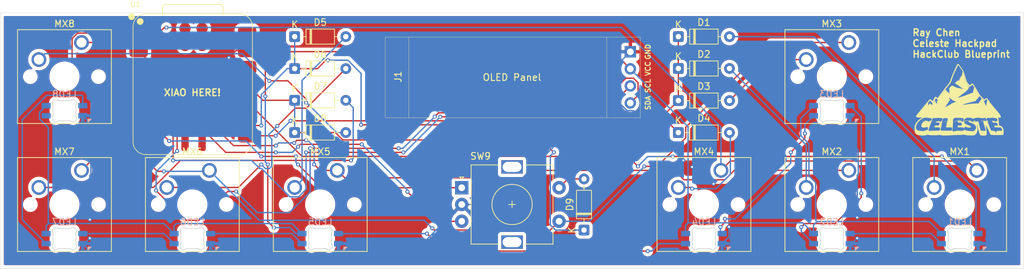
<source format=kicad_pcb>
(kicad_pcb (version 20241229) (generator "pcbnew") (generator_version "9.0")
  (layers (0 "F.Cu" signal) (2 "B.Cu" signal) (13 "F.Paste" user) (15 "B.Paste" user) (5 "F.SilkS" user "F.Silkscreen") (7 "B.SilkS" user "B.Silkscreen") (1 "F.Mask" user) (3 "B.Mask" user) (25 "Edge.Cuts" user))
  (net 0 "")
  (net 1 "row1")
  (net 2 "Net-(D1-A)")
  (net 3 "Net-(D2-A)")
  (net 4 "Net-(D3-A)")
  (net 5 "Net-(D4-A)")
  (net 6 "row2")
  (net 7 "Net-(D5-A)")
  (net 8 "Net-(D6-A)")
  (net 9 "Net-(D7-A)")
  (net 10 "row3")
  (net 11 "Net-(D8-A)")
  (net 12 "EC11SWA")
  (net 13 "VCC")
  (net 14 "led")
  (net 15 "Net-(LED1-DOUT)")
  (net 16 "GND")
  (net 17 "Net-(LED2-DOUT)")
  (net 18 "Net-(LED3-DOUT)")
  (net 19 "Net-(LED4-DOUT)")
  (net 20 "Net-(LED5-DOUT)")
  (net 21 "Net-(LED6-DOUT)")
  (net 22 "Net-(LED7-DOUT)")
  (net 24 "SCL")
  (net 25 "SDA")
  (net 26 "col1")
  (net 27 "col2")
  (net 28 "EC11SWB")
  (net 29 "EC11B")
  (net 30 "EC11A")
  (footprint "Button_Switch_Keyboard:SW_Cherry_MX_1.00u_PCB" (layer "F.Cu") (at 51.3557 43.7356)
    (property "Reference" "MX8")
    (property "Value" "MX_SW_HS")
  )
  (footprint "Diode_THT:D_DO-35_SOD27_P7.62mm_Horizontal" (layer "F.Cu") (at 140.2556 52.3875)
    (property "Reference" "D3")
    (property "Value" "D")
  )
  (footprint "Button_Switch_Keyboard:SW_Cherry_MX_1.00u_PCB" (layer "F.Cu") (at 184.7057 62.7856)
    (property "Reference" "MX1")
    (property "Value" "MX_SW_HS")
  )
  (footprint "Diode_THT:D_DO-35_SOD27_P7.62mm_Horizontal" (layer "F.Cu") (at 83.1056 57.15)
    (property "Reference" "D8")
    (property "Value" "D")
  )
  (footprint "XIAO:RotaryEncoder_Alps_EC11E-Switch_Vertical_H20mm" (layer "F.Cu") (at 115.4907 67.8656)
    (property "Reference" "SW9")
    (property "Value" "EC11")
  )
  (footprint "Button_Switch_Keyboard:SW_Cherry_MX_1.00u_PCB" (layer "F.Cu") (at 70.4057 62.7856)
    (property "Reference" "MX6")
    (property "Value" "MX_SW_HS")
  )
  (footprint "Diode_THT:D_DO-35_SOD27_P7.62mm_Horizontal" (layer "F.Cu") (at 83.1056 42.8625)
    (property "Reference" "D5")
    (property "Value" "D")
  )
  (footprint "Button_Switch_Keyboard:SW_Cherry_MX_1.00u_PCB" (layer "F.Cu") (at 165.6557 43.7356)
    (property "Reference" "MX3")
    (property "Value" "MX_SW_HS")
  )
  (footprint "Diode_THT:D_DO-35_SOD27_P7.62mm_Horizontal" (layer "F.Cu") (at 126.20625 71.6756 90)
    (property "Reference" "D9")
    (property "Value" "D")
  )
  (footprint "Diode_THT:D_DO-35_SOD27_P7.62mm_Horizontal" (layer "F.Cu") (at 83.1056 52.3437)
    (property "Reference" "D7")
    (property "Value" "D")
  )
  (footprint "Diode_THT:D_DO-35_SOD27_P7.62mm_Horizontal" (layer "F.Cu") (at 83.1056 47.625)
    (property "Reference" "D6")
    (property "Value" "D")
  )
  (footprint "XIAO:XIAO-RP2040-SMD" (layer "F.Cu") (at 67.8657 50.00625)
    (property "Reference" "U1")
    (property "Value" "XIAO-RP2040-SMD")
  )
  (footprint "local:celeste_logo" (layer "F.Cu") (at 182.165625 52.3875)
    (property "Reference" "G***" (hide yes))
    (property "Value" "LOGO" (hide yes))
  )
  (footprint "Button_Switch_Keyboard:SW_Cherry_MX_1.00u_PCB" (layer "F.Cu") (at 146.6057 62.7856)
    (property "Reference" "MX4")
    (property "Value" "MX_SW_HS")
  )
  (footprint "OLED:SSD1306-0.91-OLED-4pin-128x32" (layer "F.Cu") (at 96.6056 42.9306)
    (property "Reference" "J1")
    (property "Value" "OLED")
  )
  (footprint "Diode_THT:D_DO-35_SOD27_P7.62mm_Horizontal" (layer "F.Cu") (at 140.2556 47.6031)
    (property "Reference" "D2")
    (property "Value" "D")
  )
  (footprint "Button_Switch_Keyboard:SW_Cherry_MX_1.00u_PCB" (layer "F.Cu") (at 165.6557 62.7856)
    (property "Reference" "MX2")
    (property "Value" "MX_SW_HS")
  )
  (footprint "Diode_THT:D_DO-35_SOD27_P7.62mm_Horizontal" (layer "F.Cu") (at 140.2556 42.8625)
    (property "Reference" "D1")
    (property "Value" "D")
  )
  (footprint "Button_Switch_Keyboard:SW_Cherry_MX_1.00u_PCB" (layer "F.Cu") (at 51.3557 62.7856)
    (property "Reference" "MX7")
    (property "Value" "MX_SW_HS")
  )
  (footprint "Button_Switch_Keyboard:SW_Cherry_MX_1.00u_PCB" (layer "F.Cu") (at 89.4557 62.7856)
    (property "Reference" "MX5")
    (property "Value" "MX_SW_HS")
  )
  (footprint "Diode_THT:D_DO-35_SOD27_P7.62mm_Horizontal" (layer "F.Cu") (at 140.2556 57.15)
    (property "Reference" "D4")
    (property "Value" "D")
  )
  (footprint "MX:LED_MX_6028R" (layer "B.Cu") (at 67.8657 67.8656 180)
    (property "Reference" "LED6")
    (property "Value" "MX_SK6812MINI-E")
    (fp_line (start 1.699999 -5.782841) (end 1.699999 -4.377157) (stroke (width 0.1)) (layer "Edge.Cuts"))
    (fp_line (start 0.794452 -3.58) (end -0.794453 -3.58) (stroke (width 0.1)) (layer "Edge.Cuts"))
    (fp_line (start -0.794452 -6.579999) (end 0.794452 -6.579999) (stroke (width 0.1)) (layer "Edge.Cuts"))
    (fp_line (start -1.699999 -4.377157) (end -1.699999 -5.782841) (stroke (width 0.1)) (layer "Edge.Cuts"))
    (fp_arc (start 1.749484 -4.160279) (mid 1.712526 -4.265931) (end 1.699999 -4.377157) (stroke (width 0.1)) (layer "Edge.Cuts"))
    (fp_arc (start 1.749484 -4.160279) (mid 1.638072 -3.575964) (end 1.046711 -3.5117) (stroke (width 0.1)) (layer "Edge.Cuts"))
    (fp_arc (start 1.699999 -5.782842) (mid 1.712536 -5.894064) (end 1.749484 -5.999719) (stroke (width 0.1)) (layer "Edge.Cuts"))
    (fp_arc (start 1.046711 -6.648296) (mid 1.63807 -6.584033) (end 1.749484 -5.999719) (stroke (width 0.1)) (layer "Edge.Cuts"))
    (fp_arc (start 1.04671 -6.648298) (mid 0.925122 -6.597376) (end 0.794452 -6.579999) (stroke (width 0.1)) (layer "Edge.Cuts"))
    (fp_arc (start 0.794453 -3.579999) (mid 0.925123 -3.562622) (end 1.046711 -3.5117) (stroke (width 0.1)) (layer "Edge.Cuts"))
    (fp_arc (start -0.794452 -6.579999) (mid -0.925123 -6.597376) (end -1.046711 -6.648298) (stroke (width 0.1)) (layer "Edge.Cuts"))
    (fp_arc (start -1.046711 -3.511701) (mid -0.925123 -3.562623) (end -0.794453 -3.58) (stroke (width 0.1)) (layer "Edge.Cuts"))
    (fp_arc (start -1.046711 -3.511701) (mid -1.63807 -3.575965) (end -1.749484 -4.160279) (stroke (width 0.1)) (layer "Edge.Cuts"))
    (fp_arc (start -1.699999 -4.377156) (mid -1.712527 -4.265931) (end -1.749484 -4.160279) (stroke (width 0.1)) (layer "Edge.Cuts"))
    (fp_arc (start -1.749484 -5.999718) (mid -1.638072 -6.584034) (end -1.046711 -6.648298) (stroke (width 0.1)) (layer "Edge.Cuts"))
    (fp_arc (start -1.749484 -5.999719) (mid -1.712527 -5.894067) (end -1.699999 -5.782841) (stroke (width 0.1)) (layer "Edge.Cuts"))
  )
  (footprint "MX:LED_MX_6028R" (layer "B.Cu") (at 182.1657 67.8656 180)
    (property "Reference" "LED1")
    (property "Value" "MX_SK6812MINI-E")
    (fp_line (start 1.699999 -5.782841) (end 1.699999 -4.377157) (stroke (width 0.1)) (layer "Edge.Cuts"))
    (fp_line (start 0.794452 -3.58) (end -0.794453 -3.58) (stroke (width 0.1)) (layer "Edge.Cuts"))
    (fp_line (start -0.794452 -6.579999) (end 0.794452 -6.579999) (stroke (width 0.1)) (layer "Edge.Cuts"))
    (fp_line (start -1.699999 -4.377157) (end -1.699999 -5.782841) (stroke (width 0.1)) (layer "Edge.Cuts"))
    (fp_arc (start 1.749484 -4.160279) (mid 1.712526 -4.265931) (end 1.699999 -4.377157) (stroke (width 0.1)) (layer "Edge.Cuts"))
    (fp_arc (start 1.749484 -4.160279) (mid 1.638072 -3.575964) (end 1.046711 -3.5117) (stroke (width 0.1)) (layer "Edge.Cuts"))
    (fp_arc (start 1.699999 -5.782842) (mid 1.712536 -5.894064) (end 1.749484 -5.999719) (stroke (width 0.1)) (layer "Edge.Cuts"))
    (fp_arc (start 1.046711 -6.648296) (mid 1.63807 -6.584033) (end 1.749484 -5.999719) (stroke (width 0.1)) (layer "Edge.Cuts"))
    (fp_arc (start 1.04671 -6.648298) (mid 0.925122 -6.597376) (end 0.794452 -6.579999) (stroke (width 0.1)) (layer "Edge.Cuts"))
    (fp_arc (start 0.794453 -3.579999) (mid 0.925123 -3.562622) (end 1.046711 -3.5117) (stroke (width 0.1)) (layer "Edge.Cuts"))
    (fp_arc (start -0.794452 -6.579999) (mid -0.925123 -6.597376) (end -1.046711 -6.648298) (stroke (width 0.1)) (layer "Edge.Cuts"))
    (fp_arc (start -1.046711 -3.511701) (mid -0.925123 -3.562623) (end -0.794453 -3.58) (stroke (width 0.1)) (layer "Edge.Cuts"))
    (fp_arc (start -1.046711 -3.511701) (mid -1.63807 -3.575965) (end -1.749484 -4.160279) (stroke (width 0.1)) (layer "Edge.Cuts"))
    (fp_arc (start -1.699999 -4.377156) (mid -1.712527 -4.265931) (end -1.749484 -4.160279) (stroke (width 0.1)) (layer "Edge.Cuts"))
    (fp_arc (start -1.749484 -5.999718) (mid -1.638072 -6.584034) (end -1.046711 -6.648298) (stroke (width 0.1)) (layer "Edge.Cuts"))
    (fp_arc (start -1.749484 -5.999719) (mid -1.712527 -5.894067) (end -1.699999 -5.782841) (stroke (width 0.1)) (layer "Edge.Cuts"))
  )
  (footprint "MX:LED_MX_6028R" (layer "B.Cu") (at 48.8157 67.8656 180)
    (property "Reference" "LED7")
    (property "Value" "MX_SK6812MINI-E")
    (fp_line (start 1.699999 -5.782841) (end 1.699999 -4.377157) (stroke (width 0.1)) (layer "Edge.Cuts"))
    (fp_line (start 0.794452 -3.58) (end -0.794453 -3.58) (stroke (width 0.1)) (layer "Edge.Cuts"))
    (fp_line (start -0.794452 -6.579999) (end 0.794452 -6.579999) (stroke (width 0.1)) (layer "Edge.Cuts"))
    (fp_line (start -1.699999 -4.377157) (end -1.699999 -5.782841) (stroke (width 0.1)) (layer "Edge.Cuts"))
    (fp_arc (start 1.749484 -4.160279) (mid 1.712526 -4.265931) (end 1.699999 -4.377157) (stroke (width 0.1)) (layer "Edge.Cuts"))
    (fp_arc (start 1.749484 -4.160279) (mid 1.638072 -3.575964) (end 1.046711 -3.5117) (stroke (width 0.1)) (layer "Edge.Cuts"))
    (fp_arc (start 1.699999 -5.782842) (mid 1.712536 -5.894064) (end 1.749484 -5.999719) (stroke (width 0.1)) (layer "Edge.Cuts"))
    (fp_arc (start 1.046711 -6.648296) (mid 1.63807 -6.584033) (end 1.749484 -5.999719) (stroke (width 0.1)) (layer "Edge.Cuts"))
    (fp_arc (start 1.04671 -6.648298) (mid 0.925122 -6.597376) (end 0.794452 -6.579999) (stroke (width 0.1)) (layer "Edge.Cuts"))
    (fp_arc (start 0.794453 -3.579999) (mid 0.925123 -3.562622) (end 1.046711 -3.5117) (stroke (width 0.1)) (layer "Edge.Cuts"))
    (fp_arc (start -0.794452 -6.579999) (mid -0.925123 -6.597376) (end -1.046711 -6.648298) (stroke (width 0.1)) (layer "Edge.Cuts"))
    (fp_arc (start -1.046711 -3.511701) (mid -0.925123 -3.562623) (end -0.794453 -3.58) (stroke (width 0.1)) (layer "Edge.Cuts"))
    (fp_arc (start -1.046711 -3.511701) (mid -1.63807 -3.575965) (end -1.749484 -4.160279) (stroke (width 0.1)) (layer "Edge.Cuts"))
    (fp_arc (start -1.699999 -4.377156) (mid -1.712527 -4.265931) (end -1.749484 -4.160279) (stroke (width 0.1)) (layer "Edge.Cuts"))
    (fp_arc (start -1.749484 -5.999718) (mid -1.638072 -6.584034) (end -1.046711 -6.648298) (stroke (width 0.1)) (layer "Edge.Cuts"))
    (fp_arc (start -1.749484 -5.999719) (mid -1.712527 -5.894067) (end -1.699999 -5.782841) (stroke (width 0.1)) (layer "Edge.Cuts"))
  )
  (footprint "MX:LED_MX_6028R" (layer "B.Cu") (at 48.8157 48.8156 180)
    (property "Reference" "LED8")
    (property "Value" "MX_SK6812MINI-E")
    (fp_line (start 1.699999 -5.782841) (end 1.699999 -4.377157) (stroke (width 0.1)) (layer "Edge.Cuts"))
    (fp_line (start 0.794452 -3.58) (end -0.794453 -3.58) (stroke (width 0.1)) (layer "Edge.Cuts"))
    (fp_line (start -0.794452 -6.579999) (end 0.794452 -6.579999) (stroke (width 0.1)) (layer "Edge.Cuts"))
    (fp_line (start -1.699999 -4.377157) (end -1.699999 -5.782841) (stroke (width 0.1)) (layer "Edge.Cuts"))
    (fp_arc (start 1.749484 -4.160279) (mid 1.712526 -4.265931) (end 1.699999 -4.377157) (stroke (width 0.1)) (layer "Edge.Cuts"))
    (fp_arc (start 1.749484 -4.160279) (mid 1.638072 -3.575964) (end 1.046711 -3.5117) (stroke (width 0.1)) (layer "Edge.Cuts"))
    (fp_arc (start 1.699999 -5.782842) (mid 1.712536 -5.894064) (end 1.749484 -5.999719) (stroke (width 0.1)) (layer "Edge.Cuts"))
    (fp_arc (start 1.046711 -6.648296) (mid 1.63807 -6.584033) (end 1.749484 -5.999719) (stroke (width 0.1)) (layer "Edge.Cuts"))
    (fp_arc (start 1.04671 -6.648298) (mid 0.925122 -6.597376) (end 0.794452 -6.579999) (stroke (width 0.1)) (layer "Edge.Cuts"))
    (fp_arc (start 0.794453 -3.579999) (mid 0.925123 -3.562622) (end 1.046711 -3.5117) (stroke (width 0.1)) (layer "Edge.Cuts"))
    (fp_arc (start -0.794452 -6.579999) (mid -0.925123 -6.597376) (end -1.046711 -6.648298) (stroke (width 0.1)) (layer "Edge.Cuts"))
    (fp_arc (start -1.046711 -3.511701) (mid -0.925123 -3.562623) (end -0.794453 -3.58) (stroke (width 0.1)) (layer "Edge.Cuts"))
    (fp_arc (start -1.046711 -3.511701) (mid -1.63807 -3.575965) (end -1.749484 -4.160279) (stroke (width 0.1)) (layer "Edge.Cuts"))
    (fp_arc (start -1.699999 -4.377156) (mid -1.712527 -4.265931) (end -1.749484 -4.160279) (stroke (width 0.1)) (layer "Edge.Cuts"))
    (fp_arc (start -1.749484 -5.999718) (mid -1.638072 -6.584034) (end -1.046711 -6.648298) (stroke (width 0.1)) (layer "Edge.Cuts"))
    (fp_arc (start -1.749484 -5.999719) (mid -1.712527 -5.894067) (end -1.699999 -5.782841) (stroke (width 0.1)) (layer "Edge.Cuts"))
  )
  (footprint "MX:LED_MX_6028R" (layer "B.Cu") (at 163.1157 48.8156 180)
    (property "Reference" "LED3")
    (property "Value" "MX_SK6812MINI-E")
    (fp_line (start 1.699999 -5.782841) (end 1.699999 -4.377157) (stroke (width 0.1)) (layer "Edge.Cuts"))
    (fp_line (start 0.794452 -3.58) (end -0.794453 -3.58) (stroke (width 0.1)) (layer "Edge.Cuts"))
    (fp_line (start -0.794452 -6.579999) (end 0.794452 -6.579999) (stroke (width 0.1)) (layer "Edge.Cuts"))
    (fp_line (start -1.699999 -4.377157) (end -1.699999 -5.782841) (stroke (width 0.1)) (layer "Edge.Cuts"))
    (fp_arc (start 1.749484 -4.160279) (mid 1.712526 -4.265931) (end 1.699999 -4.377157) (stroke (width 0.1)) (layer "Edge.Cuts"))
    (fp_arc (start 1.749484 -4.160279) (mid 1.638072 -3.575964) (end 1.046711 -3.5117) (stroke (width 0.1)) (layer "Edge.Cuts"))
    (fp_arc (start 1.699999 -5.782842) (mid 1.712536 -5.894064) (end 1.749484 -5.999719) (stroke (width 0.1)) (layer "Edge.Cuts"))
    (fp_arc (start 1.046711 -6.648296) (mid 1.63807 -6.584033) (end 1.749484 -5.999719) (stroke (width 0.1)) (layer "Edge.Cuts"))
    (fp_arc (start 1.04671 -6.648298) (mid 0.925122 -6.597376) (end 0.794452 -6.579999) (stroke (width 0.1)) (layer "Edge.Cuts"))
    (fp_arc (start 0.794453 -3.579999) (mid 0.925123 -3.562622) (end 1.046711 -3.5117) (stroke (width 0.1)) (layer "Edge.Cuts"))
    (fp_arc (start -0.794452 -6.579999) (mid -0.925123 -6.597376) (end -1.046711 -6.648298) (stroke (width 0.1)) (layer "Edge.Cuts"))
    (fp_arc (start -1.046711 -3.511701) (mid -0.925123 -3.562623) (end -0.794453 -3.58) (stroke (width 0.1)) (layer "Edge.Cuts"))
    (fp_arc (start -1.046711 -3.511701) (mid -1.63807 -3.575965) (end -1.749484 -4.160279) (stroke (width 0.1)) (layer "Edge.Cuts"))
    (fp_arc (start -1.699999 -4.377156) (mid -1.712527 -4.265931) (end -1.749484 -4.160279) (stroke (width 0.1)) (layer "Edge.Cuts"))
    (fp_arc (start -1.749484 -5.999718) (mid -1.638072 -6.584034) (end -1.046711 -6.648298) (stroke (width 0.1)) (layer "Edge.Cuts"))
    (fp_arc (start -1.749484 -5.999719) (mid -1.712527 -5.894067) (end -1.699999 -5.782841) (stroke (width 0.1)) (layer "Edge.Cuts"))
  )
  (footprint "MX:LED_MX_6028R" (layer "B.Cu") (at 86.9157 67.8656 180)
    (property "Reference" "LED5")
    (property "Value" "MX_SK6812MINI-E")
    (fp_line (start 1.699999 -5.782841) (end 1.699999 -4.377157) (stroke (width 0.1)) (layer "Edge.Cuts"))
    (fp_line (start 0.794452 -3.58) (end -0.794453 -3.58) (stroke (width 0.1)) (layer "Edge.Cuts"))
    (fp_line (start -0.794452 -6.579999) (end 0.794452 -6.579999) (stroke (width 0.1)) (layer "Edge.Cuts"))
    (fp_line (start -1.699999 -4.377157) (end -1.699999 -5.782841) (stroke (width 0.1)) (layer "Edge.Cuts"))
    (fp_arc (start 1.749484 -4.160279) (mid 1.712526 -4.265931) (end 1.699999 -4.377157) (stroke (width 0.1)) (layer "Edge.Cuts"))
    (fp_arc (start 1.749484 -4.160279) (mid 1.638072 -3.575964) (end 1.046711 -3.5117) (stroke (width 0.1)) (layer "Edge.Cuts"))
    (fp_arc (start 1.699999 -5.782842) (mid 1.712536 -5.894064) (end 1.749484 -5.999719) (stroke (width 0.1)) (layer "Edge.Cuts"))
    (fp_arc (start 1.046711 -6.648296) (mid 1.63807 -6.584033) (end 1.749484 -5.999719) (stroke (width 0.1)) (layer "Edge.Cuts"))
    (fp_arc (start 1.04671 -6.648298) (mid 0.925122 -6.597376) (end 0.794452 -6.579999) (stroke (width 0.1)) (layer "Edge.Cuts"))
    (fp_arc (start 0.794453 -3.579999) (mid 0.925123 -3.562622) (end 1.046711 -3.5117) (stroke (width 0.1)) (layer "Edge.Cuts"))
    (fp_arc (start -0.794452 -6.579999) (mid -0.925123 -6.597376) (end -1.046711 -6.648298) (stroke (width 0.1)) (layer "Edge.Cuts"))
    (fp_arc (start -1.046711 -3.511701) (mid -0.925123 -3.562623) (end -0.794453 -3.58) (stroke (width 0.1)) (layer "Edge.Cuts"))
    (fp_arc (start -1.046711 -3.511701) (mid -1.63807 -3.575965) (end -1.749484 -4.160279) (stroke (width 0.1)) (layer "Edge.Cuts"))
    (fp_arc (start -1.699999 -4.377156) (mid -1.712527 -4.265931) (end -1.749484 -4.160279) (stroke (width 0.1)) (layer "Edge.Cuts"))
    (fp_arc (start -1.749484 -5.999718) (mid -1.638072 -6.584034) (end -1.046711 -6.648298) (stroke (width 0.1)) (layer "Edge.Cuts"))
    (fp_arc (start -1.749484 -5.999719) (mid -1.712527 -5.894067) (end -1.699999 -5.782841) (stroke (width 0.1)) (layer "Edge.Cuts"))
  )
  (footprint "MX:LED_MX_6028R" (layer "B.Cu") (at 163.1157 67.8656 180)
    (property "Reference" "LED2")
    (property "Value" "MX_SK6812MINI-E")
    (fp_line (start 1.699999 -5.782841) (end 1.699999 -4.377157) (stroke (width 0.1)) (layer "Edge.Cuts"))
    (fp_line (start 0.794452 -3.58) (end -0.794453 -3.58) (stroke (width 0.1)) (layer "Edge.Cuts"))
    (fp_line (start -0.794452 -6.579999) (end 0.794452 -6.579999) (stroke (width 0.1)) (layer "Edge.Cuts"))
    (fp_line (start -1.699999 -4.377157) (end -1.699999 -5.782841) (stroke (width 0.1)) (layer "Edge.Cuts"))
    (fp_arc (start 1.749484 -4.160279) (mid 1.712526 -4.265931) (end 1.699999 -4.377157) (stroke (width 0.1)) (layer "Edge.Cuts"))
    (fp_arc (start 1.749484 -4.160279) (mid 1.638072 -3.575964) (end 1.046711 -3.5117) (stroke (width 0.1)) (layer "Edge.Cuts"))
    (fp_arc (start 1.699999 -5.782842) (mid 1.712536 -5.894064) (end 1.749484 -5.999719) (stroke (width 0.1)) (layer "Edge.Cuts"))
    (fp_arc (start 1.046711 -6.648296) (mid 1.63807 -6.584033) (end 1.749484 -5.999719) (stroke (width 0.1)) (layer "Edge.Cuts"))
    (fp_arc (start 1.04671 -6.648298) (mid 0.925122 -6.597376) (end 0.794452 -6.579999) (stroke (width 0.1)) (layer "Edge.Cuts"))
    (fp_arc (start 0.794453 -3.579999) (mid 0.925123 -3.562622) (end 1.046711 -3.5117) (stroke (width 0.1)) (layer "Edge.Cuts"))
    (fp_arc (start -0.794452 -6.579999) (mid -0.925123 -6.597376) (end -1.046711 -6.648298) (stroke (width 0.1)) (layer "Edge.Cuts"))
    (fp_arc (start -1.046711 -3.511701) (mid -0.925123 -3.562623) (end -0.794453 -3.58) (stroke (width 0.1)) (layer "Edge.Cuts"))
    (fp_arc (start -1.046711 -3.511701) (mid -1.63807 -3.575965) (end -1.749484 -4.160279) (stroke (width 0.1)) (layer "Edge.Cuts"))
    (fp_arc (start -1.699999 -4.377156) (mid -1.712527 -4.265931) (end -1.749484 -4.160279) (stroke (width 0.1)) (layer "Edge.Cuts"))
    (fp_arc (start -1.749484 -5.999718) (mid -1.638072 -6.584034) (end -1.046711 -6.648298) (stroke (width 0.1)) (layer "Edge.Cuts"))
    (fp_arc (start -1.749484 -5.999719) (mid -1.712527 -5.894067) (end -1.699999 -5.782841) (stroke (width 0.1)) (layer "Edge.Cuts"))
  )
  (footprint "MX:LED_MX_6028R" (layer "B.Cu") (at 144.0657 67.8656 180)
    (property "Reference" "LED4")
    (property "Value" "MX_SK6812MINI-E")
    (fp_line (start 1.699999 -5.782841) (end 1.699999 -4.377157) (stroke (width 0.1)) (layer "Edge.Cuts"))
    (fp_line (start 0.794452 -3.58) (end -0.794453 -3.58) (stroke (width 0.1)) (layer "Edge.Cuts"))
    (fp_line (start -0.794452 -6.579999) (end 0.794452 -6.579999) (stroke (width 0.1)) (layer "Edge.Cuts"))
    (fp_line (start -1.699999 -4.377157) (end -1.699999 -5.782841) (stroke (width 0.1)) (layer "Edge.Cuts"))
    (fp_arc (start 1.749484 -4.160279) (mid 1.712526 -4.265931) (end 1.699999 -4.377157) (stroke (width 0.1)) (layer "Edge.Cuts"))
    (fp_arc (start 1.749484 -4.160279) (mid 1.638072 -3.575964) (end 1.046711 -3.5117) (stroke (width 0.1)) (layer "Edge.Cuts"))
    (fp_arc (start 1.699999 -5.782842) (mid 1.712536 -5.894064) (end 1.749484 -5.999719) (stroke (width 0.1)) (layer "Edge.Cuts"))
    (fp_arc (start 1.046711 -6.648296) (mid 1.63807 -6.584033) (end 1.749484 -5.999719) (stroke (width 0.1)) (layer "Edge.Cuts"))
    (fp_arc (start 1.04671 -6.648298) (mid 0.925122 -6.597376) (end 0.794452 -6.579999) (stroke (width 0.1)) (layer "Edge.Cuts"))
    (fp_arc (start 0.794453 -3.579999) (mid 0.925123 -3.562622) (end 1.046711 -3.5117) (stroke (width 0.1)) (layer "Edge.Cuts"))
    (fp_arc (start -0.794452 -6.579999) (mid -0.925123 -6.597376) (end -1.046711 -6.648298) (stroke (width 0.1)) (layer "Edge.Cuts"))
    (fp_arc (start -1.046711 -3.511701) (mid -0.925123 -3.562623) (end -0.794453 -3.58) (stroke (width 0.1)) (layer "Edge.Cuts"))
    (fp_arc (start -1.046711 -3.511701) (mid -1.63807 -3.575965) (end -1.749484 -4.160279) (stroke (width 0.1)) (layer "Edge.Cuts"))
    (fp_arc (start -1.699999 -4.377156) (mid -1.712527 -4.265931) (end -1.749484 -4.160279) (stroke (width 0.1)) (layer "Edge.Cuts"))
    (fp_arc (start -1.749484 -5.999718) (mid -1.638072 -6.584034) (end -1.046711 -6.648298) (stroke (width 0.1)) (layer "Edge.Cuts"))
    (fp_arc (start -1.749484 -5.999719) (mid -1.712527 -5.894067) (end -1.699999 -5.782841) (stroke (width 0.1)) (layer "Edge.Cuts"))
  )
  (gr_rect (start 39.290625 39.290625) (end 191.690625 77.390625) (stroke (width 0.05)) (fill no) (layer "Edge.Cuts"))
  (gr_text "XIAO HERE!" (at 67.865625 51.196875 0) (layer "F.SilkS") (effects (font (size 1 1) (thickness 0.2) (bold yes))))
  (gr_text "Ray Chen\nCeleste Hackpad\nHackClub Blueprint" (at 175.021875 41.671875 0) (layer "F.SilkS") (effects (font (size 1 1) (thickness 0.2) (bold yes)) (justify left top)))
  (segment (start 140.2556 42.8625) (end 140.2556 47.6031) (width 0.2) (layer "F.Cu") (net 1))
  (segment (start 140.2556 47.6031) (end 140.2556 52.3875) (width 0.2) (layer "F.Cu") (net 1))
  (segment (start 76.0307 57.62625) (end 80.273749 57.62625) (width 0.2) (layer "F.Cu") (net 1))
  (segment (start 82.5056 55.4) (end 137.2431 55.4) (width 0.2) (layer "F.Cu") (net 1))
  (segment (start 137.2431 55.4) (end 140.2556 52.3875) (width 0.2) (layer "F.Cu") (net 1))
  (segment (start 80.273749 57.62625) (end 80.275735 57.624264) (width 0.2) (layer "F.Cu") (net 1))
  (via (at 82.5056 55.4) (size 0.6) (drill 0.3) (layers "F.Cu" "B.Cu") (net 1))
  (via (at 80.275735 57.624264) (size 0.6) (drill 0.3) (layers "F.Cu" "B.Cu") (net 1))
  (segment (start 82.499999 55.4) (end 82.5056 55.4) (width 0.2) (layer "B.Cu") (net 1))
  (segment (start 80.275735 57.624264) (end 82.499999 55.4) (width 0.2) (layer "B.Cu") (net 1))
  (segment (start 160.487416 42.8625) (end 147.8756 42.8625) (width 0.2) (layer "B.Cu") (net 2))
  (segment (start 178.3557 65.3256) (end 178.3557 60.730784) (width 0.2) (layer "B.Cu") (net 2))
  (segment (start 178.3557 60.730784) (end 160.487416 42.8625) (width 0.2) (layer "B.Cu") (net 2))
  (segment (start 159.3057 65.3256) (end 159.3057 59.0332) (width 0.2) (layer "B.Cu") (net 3))
  (segment (start 159.3057 59.0332) (end 147.8756 47.6031) (width 0.2) (layer "B.Cu") (net 3))
  (segment (start 147.8756 52.3875) (end 153.9875 46.2756) (width 0.2) (layer "F.Cu") (net 4))
  (segment (start 153.9875 46.2756) (end 159.3057 46.2756) (width 0.2) (layer "F.Cu") (net 4))
  (segment (start 142.3 65.5) (end 142.1256 65.3256) (width 0.2) (layer "F.Cu") (net 5))
  (segment (start 142.1256 65.3256) (end 140.2557 65.3256) (width 0.2) (layer "F.Cu") (net 5))
  (via (at 142.3 65.5) (size 0.6) (drill 0.3) (layers "F.Cu" "B.Cu") (net 5))
  (segment (start 148.0067 63.365914) (end 145.872614 65.5) (width 0.2) (layer "B.Cu") (net 5))
  (segment (start 148.0067 57.2811) (end 148.0067 63.365914) (width 0.2) (layer "B.Cu") (net 5))
  (segment (start 145.872614 65.5) (end 142.3 65.5) (width 0.2) (layer "B.Cu") (net 5))
  (segment (start 147.8756 57.15) (end 148.0067 57.2811) (width 0.2) (layer "B.Cu") (net 5))
  (segment (start 77.04445 56.1) (end 76.0307 55.08625) (width 0.2) (layer "F.Cu") (net 6))
  (segment (start 140.2556 57.15) (end 139.1056 56) (width 0.2) (layer "F.Cu") (net 6))
  (segment (start 139.1056 56) (end 93 56) (width 0.2) (layer "F.Cu") (net 6))
  (segment (start 88.068315 46.368315) (end 87.768315 46.368315) (width 0.2) (layer "F.Cu") (net 6))
  (segment (start 86.51163 47.625) (end 83.1056 47.625) (width 0.2) (layer "F.Cu") (net 6))
  (segment (start 87.768315 46.368315) (end 86.51163 47.625) (width 0.2) (layer "F.Cu") (net 6))
  (segment (start 78.13649 56.1) (end 77.04445 56.1) (width 0.2) (layer "F.Cu") (net 6))
  (via (at 78.13649 56.1) (size 0.6) (drill 0.3) (layers "F.Cu" "B.Cu") (net 6))
  (via (at 93 56) (size 0.6) (drill 0.3) (layers "F.Cu" "B.Cu") (net 6))
  (via (at 88.068315 46.368315) (size 0.6) (drill 0.3) (layers "F.Cu" "B.Cu") (net 6))
  (segment (start 83.1056 47.625) (end 82.005247 47.625) (width 0.2) (layer "B.Cu") (net 6))
  (segment (start 82.005247 47.625) (end 78.13649 51.493757) (width 0.2) (layer "B.Cu") (net 6))
  (segment (start 93 48.34235) (end 91.025965 46.368315) (width 0.2) (layer "B.Cu") (net 6))
  (segment (start 83.1056 47.625) (end 83.1056 42.8625) (width 0.2) (layer "B.Cu") (net 6))
  (segment (start 78.13649 51.493757) (end 78.13649 56.1) (width 0.2) (layer "B.Cu") (net 6))
  (segment (start 91.025965 46.368315) (end 88.068315 46.368315) (width 0.2) (layer "B.Cu") (net 6))
  (segment (start 93 56) (end 93 48.34235) (width 0.2) (layer "B.Cu") (net 6))
  (segment (start 84.2066 49.3815) (end 90.7256 42.8625) (width 0.2) (layer "B.Cu") (net 7))
  (segment (start 84.2066 64.2247) (end 84.2066 49.3815) (width 0.2) (layer "B.Cu") (net 7))
  (segment (start 83.1057 65.3256) (end 84.2066 64.2247) (width 0.2) (layer "B.Cu") (net 7))
  (segment (start 84.838146 53.512454) (end 83.187546 53.512454) (width 0.2) (layer "F.Cu") (net 8))
  (segment (start 83.187546 53.512454) (end 80.524265 56.175735) (width 0.2) (layer "F.Cu") (net 8))
  (segment (start 90.7256 47.625) (end 84.838146 53.512454) (width 0.2) (layer "F.Cu") (net 8))
  (segment (start 78.142742 61.9) (end 74.717142 65.3256) (width 0.2) (layer "F.Cu") (net 8))
  (segment (start 74.717142 65.3256) (end 64.0557 65.3256) (width 0.2) (layer "F.Cu") (net 8))
  (via (at 78.142742 61.9) (size 0.6) (drill 0.3) (layers "F.Cu" "B.Cu") (net 8))
  (via (at 80.524265 56.175735) (size 0.6) (drill 0.3) (layers "F.Cu" "B.Cu") (net 8))
  (segment (start 80.524265 56.175735) (end 79.13749 57.56251) (width 0.2) (layer "B.Cu") (net 8))
  (segment (start 79.13749 57.56251) (end 79.701 58.12602) (width 0.2) (layer "B.Cu") (net 8))
  (segment (start 79.701 62.148943) (end 79.348943 62.501) (width 0.2) (layer "B.Cu") (net 8))
  (segment (start 79.701 58.12602) (end 79.701 62.148943) (width 0.2) (layer "B.Cu") (net 8))
  (segment (start 78.743742 62.501) (end 78.142742 61.9) (width 0.2) (layer "B.Cu") (net 8))
  (segment (start 79.348943 62.501) (end 78.743742 62.501) (width 0.2) (layer "B.Cu") (net 8))
  (segment (start 45.0057 65.3256) (end 62.074386 65.3256) (width 0.2) (layer "F.Cu") (net 9))
  (segment (start 62.074386 65.3256) (end 66.099986 61.3) (width 0.2) (layer "F.Cu") (net 9))
  (segment (start 66.099986 61.3) (end 91.5 61.3) (width 0.2) (layer "F.Cu") (net 9))
  (via (at 91.5 61.3) (size 0.6) (drill 0.3) (layers "F.Cu" "B.Cu") (net 9))
  (segment (start 91.8266 53.4447) (end 90.7256 52.3437) (width 0.2) (layer "B.Cu") (net 9))
  (segment (start 91.5 61.3) (end 91.8266 60.9734) (width 0.2) (layer "B.Cu") (net 9))
  (segment (start 91.8266 60.9734) (end 91.8266 53.4447) (width 0.2) (layer "B.Cu") (net 9))
  (segment (start 90.26955 58.251) (end 119.857827 58.251) (width 0.2) (layer "F.Cu") (net 10))
  (segment (start 89.16855 57.15) (end 90.26955 58.251) (width 0.2) (layer "F.Cu") (net 10))
  (segment (start 119.857827 58.251) (end 121.706827 60.1) (width 0.2) (layer "F.Cu") (net 10))
  (segment (start 83.1056 52.3437) (end 78.36815 52.3437) (width 0.2) (layer "F.Cu") (net 10))
  (segment (start 78.36815 52.3437) (end 76.0307 50.00625) (width 0.2) (layer "F.Cu") (net 10))
  (segment (start 83.1056 57.15) (end 89.16855 57.15) (width 0.2) (layer "F.Cu") (net 10))
  (via (at 121.706827 60.1) (size 0.6) (drill 0.3) (layers "F.Cu" "B.Cu") (net 10))
  (segment (start 121.1897 70.904492) (end 121.960808 71.6756) (width 0.2) (layer "B.Cu") (net 10))
  (segment (start 83.1056 52.3437) (end 83.1056 57.15) (width 0.2) (layer "B.Cu") (net 10))
  (segment (start 121.706827 60.1) (end 121.1897 60.617127) (width 0.2) (layer "B.Cu") (net 10))
  (segment (start 121.960808 71.6756) (end 126.20625 71.6756) (width 0.2) (layer "B.Cu") (net 10))
  (segment (start 121.1897 60.617127) (end 121.1897 70.904492) (width 0.2) (layer "B.Cu") (net 10))
  (segment (start 79.33649 49.44523) (end 82.09329 49.44523) (width 0.2) (layer "F.Cu") (net 11))
  (segment (start 82.09329 49.44523) (end 84.8066 52.15854) (width 0.2) (layer "F.Cu") (net 11))
  (segment (start 84.8066 52.15854) (end 84.8066 52.695472) (width 0.2) (layer "F.Cu") (net 11))
  (via (at 84.8066 52.695472) (size 0.6) (drill 0.3) (layers "F.Cu" "B.Cu") (net 11))
  (via (at 79.33649 49.44523) (size 0.6) (drill 0.3) (layers "F.Cu" "B.Cu") (net 11))
  (segment (start 84.8066 52.695472) (end 84.895472 52.695472) (width 0.2) (layer "B.Cu") (net 11))
  (segment (start 89.35 57.15) (end 90.7256 57.15) (width 0.2) (layer "B.Cu") (net 11))
  (segment (start 45.0057 46.2756) (end 45.8823 45.399) (width 0.2) (layer "B.Cu") (net 11))
  (segment (start 75.29026 45.399) (end 79.33649 49.44523) (width 0.2) (layer "B.Cu") (net 11))
  (segment (start 45.8823 45.399) (end 75.29026 45.399) (width 0.2) (layer "B.Cu") (net 11))
  (segment (start 84.895472 52.695472) (end 89.35 57.15) (width 0.2) (layer "B.Cu") (net 11))
  (segment (start 123.8007 64.0556) (end 122.4907 65.3656) (width 0.2) (layer "F.Cu") (net 12))
  (segment (start 126.20625 64.0556) (end 123.8007 64.0556) (width 0.2) (layer "F.Cu") (net 12))
  (segment (start 79.1 61.9) (end 79.1 70.4) (width 0.2) (layer "F.Cu") (net 13))
  (segment (start 130.53704 45.09204) (end 133.1056 47.6606) (width 0.2) (layer "F.Cu") (net 13))
  (segment (start 79.1 70.4) (end 80 71.3) (width 0.2) (layer "F.Cu") (net 13))
  (segment (start 78.73649 45.09204) (end 130.53704 45.09204) (width 0.2) (layer "F.Cu") (net 13))
  (segment (start 76.0307 42.38625) (end 78.73649 45.09204) (width 0.2) (layer "F.Cu") (net 13))
  (segment (start 78.73649 45.09204) (end 78.73649 51.7437) (width 0.2) (layer "F.Cu") (net 13))
  (via (at 78.73649 51.7437) (size 0.6) (drill 0.3) (layers "F.Cu" "B.Cu") (net 13))
  (via (at 80 71.3) (size 0.6) (drill 0.3) (layers "F.Cu" "B.Cu") (net 13))
  (via (at 79.1 61.9) (size 0.6) (drill 0.3) (layers "F.Cu" "B.Cu") (net 13))
  (segment (start 141.7 56.255) (end 141.7 70.6) (width 0.2) (layer "B.Cu") (net 13))
  (segment (start 46.4 70.7) (end 46.0907 71.0093) (width 0.2) (layer "B.Cu") (net 13))
  (segment (start 159.7067 63.6) (end 159.7067 58.8067) (width 0.2) (layer "B.Cu") (net 13))
  (segment (start 80 71.3) (end 82.4 71.3) (width 0.2) (layer "B.Cu") (net 13))
  (segment (start 78.73649 61.53649) (end 79.1 61.9) (width 0.2) (layer "B.Cu") (net 13))
  (segment (start 160.9 70.4) (end 160.3907 70.9093) (width 0.2) (layer "B.Cu") (net 13))
  (segment (start 46.0907 71.0093) (end 46.0907 72.1956) (width 0.2) (layer "B.Cu") (net 13))
  (segment (start 160.9 70.4) (end 160.7067 70.2067) (width 0.2) (layer "B.Cu") (net 13))
  (segment (start 158.5 57.6) (end 158.5 55.0363) (width 0.2) (layer "B.Cu") (net 13))
  (segment (start 82.6951 70.7) (end 65.5 70.7) (width 0.2) (layer "B.Cu") (net 13))
  (segment (start 82.4 71.3) (end 83.2956 72.1956) (width 0.2) (layer "B.Cu") (net 13))
  (segment (start 45.1147 54.1216) (end 45.1147 55.134514) (width 0.2) (layer "B.Cu") (net 13))
  (segment (start 158.7951 70.6) (end 141.7 70.6) (width 0.2) (layer "B.Cu") (net 13))
  (segment (start 133.1056 47.6606) (end 141.7 56.255) (width 0.2) (layer "B.Cu") (net 13))
  (segment (start 65.1407 72.1956) (end 63.6451 70.7) (width 0.2) (layer "B.Cu") (net 13))
  (segment (start 160.7067 70.2067) (end 160.7067 64.6) (width 0.2) (layer "B.Cu") (net 13))
  (segment (start 160.3907 70.9093) (end 160.3907 72.1956) (width 0.2) (layer "B.Cu") (net 13))
  (segment (start 46.4067 70.6933) (end 46.4 70.7) (width 0.2) (layer "B.Cu") (net 13))
  (segment (start 160.7067 64.6) (end 159.7067 63.6) (width 0.2) (layer "B.Cu") (net 13))
  (segment (start 179.4407 72.1956) (end 177.6451 70.4) (width 0.2) (layer "B.Cu") (net 13))
  (segment (start 65.5 70.7) (end 65.1407 71.0593) (width 0.2) (layer "B.Cu") (net 13))
  (segment (start 160.3907 72.1956) (end 158.7951 70.6) (width 0.2) (layer "B.Cu") (net 13))
  (segment (start 177.6451 70.4) (end 160.9 70.4) (width 0.2) (layer "B.Cu") (net 13))
  (segment (start 65.1407 71.0593) (end 65.1407 72.1956) (width 0.2) (layer "B.Cu") (net 13))
  (segment (start 78.73649 51.7437) (end 78.73649 61.53649) (width 0.2) (layer "B.Cu") (net 13))
  (segment (start 63.6451 70.7) (end 46.4 70.7) (width 0.2) (layer "B.Cu") (net 13))
  (segment (start 83.2956 72.1956) (end 84.1907 72.1956) (width 0.2) (layer "B.Cu") (net 13))
  (segment (start 46.0907 53.1456) (end 45.1147 54.1216) (width 0.2) (layer "B.Cu") (net 13))
  (segment (start 158.5 55.0363) (end 160.3907 53.1456) (width 0.2) (layer "B.Cu") (net 13))
  (segment (start 141.7 70.6) (end 141.3407 70.9593) (width 0.2) (layer "B.Cu") (net 13))
  (segment (start 141.3407 70.9593) (end 141.3407 72.1956) (width 0.2) (layer "B.Cu") (net 13))
  (segment (start 84.1907 72.1956) (end 82.6951 70.7) (width 0.2) (layer "B.Cu") (net 13))
  (segment (start 45.1147 55.134514) (end 46.4067 56.426514) (width 0.2) (layer "B.Cu") (net 13))
  (segment (start 46.4067 56.426514) (end 46.4067 70.6933) (width 0.2) (layer "B.Cu") (net 13))
  (segment (start 159.7067 58.8067) (end 158.5 57.6) (width 0.2) (layer "B.Cu") (net 13))
  (segment (start 179.5 60.7) (end 139.44029 60.7) (width 0.2) (layer "F.Cu") (net 14))
  (segment (start 84.2 60.7) (end 76.04625 52.54625) (width 0.2) (layer "F.Cu") (net 14))
  (segment (start 132.748616 60.7) (end 84.2 60.7) (width 0.2) (layer "F.Cu") (net 14))
  (segment (start 139.44029 60.7) (end 139.420145 60.720145) (width 0.2) (layer "F.Cu") (net 14))
  (segment (start 76.04625 52.54625) (end 76.0307 52.54625) (width 0.2) (layer "F.Cu") (net 14))
  (segment (start 134.234216 62.1856) (end 132.748616 60.7) (width 0.2) (layer "F.Cu") (net 14))
  (via (at 139.420145 60.720145) (size 0.6) (drill 0.3) (layers "F.Cu" "B.Cu") (net 14))
  (via (at 179.5 60.7) (size 0.6) (drill 0.3) (layers "F.Cu" "B.Cu") (net 14))
  (via (at 134.234216 62.1856) (size 0.6) (drill 0.3) (layers "F.Cu" "B.Cu") (net 14))
  (segment (start 135.699671 60.720145) (end 134.234216 62.1856) (width 0.2) (layer "B.Cu") (net 14))
  (segment (start 184.8907 72.1956) (end 184.6 71.9049) (width 0.2) (layer "B.Cu") (net 14))
  (segment (start 139.420145 60.720145) (end 135.699671 60.720145) (width 0.2) (layer "B.Cu") (net 14))
  (segment (start 184.6 71.9049) (end 184.6 65.8) (width 0.2) (layer "B.Cu") (net 14))
  (segment (start 184.6 65.8) (end 179.5 60.7) (width 0.2) (layer "B.Cu") (net 14))
  (segment (start 179.4407 73.6956) (end 177.9407 72.1956) (width 0.2) (layer "B.Cu") (net 15))
  (segment (start 177.9407 72.1956) (end 165.8407 72.1956) (width 0.2) (layer "B.Cu") (net 15))
  (segment (start 52.591184 70.108816) (end 52.6 70.1) (width 0.2) (layer "F.Cu") (net 16))
  (segment (start 76.0307 44.92625) (end 74.37375 44.92625) (width 0.2) (layer "F.Cu") (net 16))
  (segment (start 74.37375 44.92625) (end 73.3 46) (width 0.2) (layer "F.Cu") (net 16))
  (segment (start 166.9 72.87607) (end 166.9 69.8) (width 0.2) (layer "F.Cu") (net 16))
  (segment (start 52.591184 72.884886) (end 52.591184 70.108816) (width 0.2) (layer "F.Cu") (net 16))
  (segment (start 147.8 67.0866) (end 145.5 64.7866) (width 0.2) (layer "F.Cu") (net 16))
  (segment (start 142.3 62.2732) (end 141.9732 62.2732) (width 0.2) (layer "F.Cu") (net 16))
  (segment (start 141.9732 62.2732) (end 141 61.3) (width 0.2) (layer "F.Cu") (net 16))
  (segment (start 166.891184 72.884886) (end 166.9 72.87607) (width 0.2) (layer "F.Cu") (net 16))
  (segment (start 147.8 71.2) (end 147.8 67.0866) (width 0.2) (layer "F.Cu") (net 16))
  (via (at 166.891184 72.884886) (size 0.6) (drill 0.3) (layers "F.Cu" "B.Cu") (net 16))
  (via (at 52.6 70.1) (size 0.6) (drill 0.3) (layers "F.Cu" "B.Cu") (net 16))
  (via (at 73.3 46) (size 0.6) (drill 0.3) (layers "F.Cu" "B.Cu") (net 16))
  (via (at 142.3 62.2732) (size 0.6) (drill 0.3) (layers "F.Cu" "B.Cu") (net 16))
  (via (at 145.5 64.7866) (size 0.6) (drill 0.3) (layers "F.Cu" "B.Cu") (net 16))
  (via (at 141 61.3) (size 0.6) (drill 0.3) (layers "F.Cu" "B.Cu") (net 16))
  (via (at 166.9 69.8) (size 0.6) (drill 0.3) (layers "F.Cu" "B.Cu") (net 16))
  (via (at 147.8 71.2) (size 0.6) (drill 0.3) (layers "F.Cu" "B.Cu") (net 16))
  (via (at 52.591184 72.884886) (size 0.6) (drill 0.3) (layers "F.Cu" "B.Cu") (net 16))
  (segment (start 147.8 72.6863) (end 147.8 71.2) (width 0.2) (layer "B.Cu") (net 16))
  (segment (start 148.7951 75.7) (end 164.9 75.7) (width 0.2) (layer "B.Cu") (net 16))
  (segment (start 166.9 63.522614) (end 167.0567 63.365914) (width 0.2) (layer "B.Cu") (net 16))
  (segment (start 166.08047 73.6956) (end 166.891184 72.884886) (width 0.2) (layer "B.Cu") (net 16))
  (segment (start 69.9 75.2) (end 70.5907 74.5093) (width 0.2) (layer "B.Cu") (net 16))
  (segment (start 142.9866 62.2732) (end 142.3 62.2732) (width 0.2) (layer "B.Cu") (net 16))
  (segment (start 51.5407 73.6956) (end 53.0451 75.2) (width 0.2) (layer "B.Cu") (net 16))
  (segment (start 89.6407 74.6593) (end 89.6407 73.6956) (width 0.2) (layer "B.Cu") (net 16))
  (segment (start 102.1607 73.6956) (end 107.9907 67.8656) (width 0.2) (layer "B.Cu") (net 16))
  (segment (start 132.63724 53.9) (end 131.6 52.86276) (width 0.2) (layer "B.Cu") (net 16))
  (segment (start 133.6 53.9) (end 132.63724 53.9) (width 0.2) (layer "B.Cu") (net 16))
  (segment (start 184.8907 74.7093) (end 184.8907 73.6956) (width 0.2) (layer "B.Cu") (net 16))
  (segment (start 70.5907 74.5093) (end 70.5907 73.6956) (width 0.2) (layer "B.Cu") (net 16))
  (segment (start 166.9 69.8) (end 166.9 63.522614) (width 0.2) (layer "B.Cu") (net 16))
  (segment (start 52.6 70.1) (end 52.6 63.522614) (width 0.2) (layer "B.Cu") (net 16))
  (segment (start 165.8 58.5) (end 165.8407 58.4593) (width 0.2) (layer "B.Cu") (net 16))
  (segment (start 165.8407 73.6956) (end 167.7451 75.6) (width 0.2) (layer "B.Cu") (net 16))
  (segment (start 89.1 75.2) (end 89.6407 74.6593) (width 0.2) (layer "B.Cu") (net 16))
  (segment (start 164.9 75.7) (end 165.8407 74.7593) (width 0.2) (layer "B.Cu") (net 16))
  (segment (start 167.0567 63.365914) (end 167.0567 59.7567) (width 0.2) (layer "B.Cu") (net 16))
  (segment (start 73.3 46) (end 63.4384 55.8616) (width 0.2) (layer "B.Cu") (net 16))
  (segment (start 184 75.6) (end 184.8907 74.7093) (width 0.2) (layer "B.Cu") (net 16))
  (segment (start 113.0927 67.8656) (end 107.9907 67.8656) (width 0.2) (layer "B.Cu") (net 16))
  (segment (start 167.0567 59.7567) (end 165.8 58.5) (width 0.2) (layer "B.Cu") (net 16))
  (segment (start 89.6407 73.6956) (end 102.1607 73.6956) (width 0.2) (layer "B.Cu") (net 16))
  (segment (start 165.8407 73.6956) (end 166.08047 73.6956) (width 0.2) (layer "B.Cu") (net 16))
  (segment (start 165.8407 58.4593) (end 165.8407 54.6456) (width 0.2) (layer "B.Cu") (net 16))
  (segment (start 51.5407 73.6956) (end 51.78047 73.6956) (width 0.2) (layer "B.Cu") (net 16))
  (segment (start 131.6 52.86276) (end 131.6 49.3583) (width 0.2) (layer "B.Cu") (net 16))
  (segment (start 72.0951 75.2) (end 89.1 75.2) (width 0.2) (layer "B.Cu") (net 16))
  (segment (start 51.78047 73.6956) (end 52.591184 72.884886) (width 0.2) (layer "B.Cu") (net 16))
  (segment (start 146.7907 73.6956) (end 148.7951 75.7) (width 0.2) (layer "B.Cu") (net 16))
  (segment (start 141 61.3) (end 133.6 53.9) (width 0.2) (layer "B.Cu") (net 16))
  (segment (start 131.6 46.6262) (end 131.6 49.3583) (width 0.2) (layer "B.Cu") (net 16))
  (segment (start 53.0451 75.2) (end 69.9 75.2) (width 0.2) (layer "B.Cu") (net 16))
  (segment (start 145.5 64.7866) (end 142.9866 62.2732) (width 0.2) (layer "B.Cu") (net 16))
  (segment (start 165.8407 74.7593) (end 165.8407 73.6956) (width 0.2) (layer "B.Cu") (net 16))
  (segment (start 52.6 63.522614) (end 52.7567 63.365914) (width 0.2) (layer "B.Cu") (net 16))
  (segment (start 52.7567 55.8616) (end 51.5407 54.6456) (width 0.2) (layer "B.Cu") (net 16))
  (segment (start 70.5907 73.6956) (end 72.0951 75.2) (width 0.2) (layer "B.Cu") (net 16))
  (segment (start 167.7451 75.6) (end 184 75.6) (width 0.2) (layer "B.Cu") (net 16))
  (segment (start 63.4384 55.8616) (end 52.7567 55.8616) (width 0.2) (layer "B.Cu") (net 16))
  (segment (start 146.7907 73.6956) (end 147.8 72.6863) (width 0.2) (layer "B.Cu") (net 16))
  (segment (start 52.7567 63.365914) (end 52.7567 55.8616) (width 0.2) (layer "B.Cu") (net 16))
  (segment (start 133.1056 45.1206) (end 131.6 46.6262) (width 0.2) (layer "B.Cu") (net 16))
  (segment (start 131.6 49.3583) (end 113.0927 67.8656) (width 0.2) (layer "B.Cu") (net 16))
  (segment (start 159.1 70.7) (end 163.606116 70.7) (width 0.2) (layer "F.Cu") (net 17))
  (segment (start 167.5 66.806116) (end 163.606116 70.7) (width 0.2) (layer "F.Cu") (net 17))
  (segment (start 159.1 70.7) (end 158.573285 71.226715) (width 0.2) (layer "F.Cu") (net 17))
  (segment (start 167.5 66.2) (end 167.5 66.806116) (width 0.2) (layer "F.Cu") (net 17))
  (via (at 158.573285 71.226715) (size 0.6) (drill 0.3) (layers "F.Cu" "B.Cu") (net 17))
  (via (at 167.5 66.2) (size 0.6) (drill 0.3) (layers "F.Cu" "B.Cu") (net 17))
  (segment (start 165.8407 53.1456) (end 167.5 54.8049) (width 0.2) (layer "B.Cu") (net 17))
  (segment (start 158.573285 71.878185) (end 160.3907 73.6956) (width 0.2) (layer "B.Cu") (net 17))
  (segment (start 158.573285 71.226715) (end 158.573285 71.878185) (width 0.2) (layer "B.Cu") (net 17))
  (segment (start 167.5 54.8049) (end 167.5 66.2) (width 0.2) (layer "B.Cu") (net 17))
  (segment (start 159.1 58) (end 157 60.1) (width 0.2) (layer "F.Cu") (net 18))
  (segment (start 147.2 70) (end 147.2 70.513245) (width 0.2) (layer "F.Cu") (net 18))
  (segment (start 147.2 70.513245) (end 146.513245 71.2) (width 0.2) (layer "F.Cu") (net 18))
  (segment (start 159.1 57.293185) (end 159.1 58) (width 0.2) (layer "F.Cu") (net 18))
  (via (at 147.2 70) (size 0.6) (drill 0.3) (layers "F.Cu" "B.Cu") (net 18))
  (via (at 159.1 57.293185) (size 0.6) (drill 0.3) (layers "F.Cu" "B.Cu") (net 18))
  (via (at 157 60.1) (size 0.6) (drill 0.3) (layers "F.Cu" "B.Cu") (net 18))
  (via (at 146.513245 71.2) (size 0.6) (drill 0.3) (layers "F.Cu" "B.Cu") (net 18))
  (segment (start 160.3907 54.6456) (end 159.1 55.9363) (width 0.2) (layer "B.Cu") (net 18))
  (segment (start 157 61.70977) (end 148.70977 70) (width 0.2) (layer "B.Cu") (net 18))
  (segment (start 148.70977 70) (end 147.2 70) (width 0.2) (layer "B.Cu") (net 18))
  (segment (start 146.513245 71.918145) (end 146.7907 72.1956) (width 0.2) (layer "B.Cu") (net 18))
  (segment (start 157 60.1) (end 157 61.70977) (width 0.2) (layer "B.Cu") (net 18))
  (segment (start 146.513245 71.2) (end 146.513245 71.918145) (width 0.2) (layer "B.Cu") (net 18))
  (segment (start 159.1 55.9363) (end 159.1 57.293185) (width 0.2) (layer "B.Cu") (net 18))
  (segment (start 105.4 74.8) (end 135.7 74.8) (width 0.2) (layer "F.Cu") (net 19))
  (segment (start 102.803885 72.203885) (end 105.4 74.8) (width 0.2) (layer "F.Cu") (net 19))
  (via (at 135.7 74.8) (size 0.6) (drill 0.3) (layers "F.Cu" "B.Cu") (net 19))
  (via (at 102.803885 72.203885) (size 0.6) (drill 0.3) (layers "F.Cu" "B.Cu") (net 19))
  (segment (start 136.3 74.8) (end 137.4044 73.6956) (width 0.2) (layer "B.Cu") (net 19))
  (segment (start 135.7 74.8) (end 136.3 74.8) (width 0.2) (layer "B.Cu") (net 19))
  (segment (start 137.4044 73.6956) (end 141.3407 73.6956) (width 0.2) (layer "B.Cu") (net 19))
  (segment (start 89.6407 72.1956) (end 102.7956 72.1956) (width 0.2) (layer "B.Cu") (net 19))
  (segment (start 102.7956 72.1956) (end 102.803885 72.203885) (width 0.2) (layer "B.Cu") (net 19))
  (segment (start 70.5907 72.1956) (end 82.6907 72.1956) (width 0.2) (layer "B.Cu") (net 20))
  (segment (start 82.6907 72.1956) (end 84.1907 73.6956) (width 0.2) (layer "B.Cu") (net 20))
  (segment (start 51.5407 72.1956) (end 63.6407 72.1956) (width 0.2) (layer "B.Cu") (net 21))
  (segment (start 63.6407 72.1956) (end 65.1407 73.6956) (width 0.2) (layer "B.Cu") (net 21))
  (segment (start 51.5407 53.1456) (end 51.5407 51.7407) (width 0.2) (layer "B.Cu") (net 22))
  (segment (start 42.5347 55.236686) (end 42.5347 70.1396) (width 0.2) (layer "B.Cu") (net 22))
  (segment (start 42.5347 70.1396) (end 46.0907 73.6956) (width 0.2) (layer "B.Cu") (net 22))
  (segment (start 51.4 51.6) (end 46.171386 51.6) (width 0.2) (layer "B.Cu") (net 22))
  (segment (start 46.171386 51.6) (end 42.5347 55.236686) (width 0.2) (layer "B.Cu") (net 22))
  (segment (start 51.5407 51.7407) (end 51.4 51.6) (width 0.2) (layer "B.Cu") (net 22))
  (segment (start 133.1056 50.2006) (end 128.5062 54.8) (width 0.2) (layer "F.Cu") (net 24))
  (segment (start 63.78625 55.08625) (end 59.8657 55.08625) (width 0.2) (layer "F.Cu") (net 24))
  (segment (start 99.3 60.1) (end 84.8066 60.1) (width 0.2) (layer "F.Cu") (net 24))
  (segment (start 128.5062 54.8) (end 104.8 54.8) (width 0.2) (layer "F.Cu") (net 24))
  (segment (start 65 56.3) (end 63.78625 55.08625) (width 0.2) (layer "F.Cu") (net 24))
  (segment (start 65 61.3) (end 65 56.3) (width 0.2) (layer "F.Cu") (net 24))
  (via (at 65 61.3) (size 0.6) (drill 0.3) (layers "F.Cu" "B.Cu") (net 24))
  (via (at 99.3 60.1) (size 0.6) (drill 0.3) (layers "F.Cu" "B.Cu") (net 24))
  (via (at 84.8066 60.1) (size 0.6) (drill 0.3) (layers "F.Cu" "B.Cu") (net 24))
  (via (at 104.8 54.8) (size 0.6) (drill 0.3) (layers "F.Cu" "B.Cu") (net 24))
  (segment (start 78.176642 62.501) (end 77.893799 62.501) (width 0.2) (layer "B.Cu") (net 24))
  (segment (start 104.8 54.8) (end 99.5 60.1) (width 0.2) (layer "B.Cu") (net 24))
  (segment (start 84.8066 65.606014) (end 83.686014 66.7266) (width 0.2) (layer "B.Cu") (net 24))
  (segment (start 82.402242 66.7266) (end 78.176642 62.501) (width 0.2) (layer "B.Cu") (net 24))
  (segment (start 84.8066 60.1) (end 84.8066 65.606014) (width 0.2) (layer "B.Cu") (net 24))
  (segment (start 77.893799 62.501) (end 76.692799 61.3) (width 0.2) (layer "B.Cu") (net 24))
  (segment (start 83.686014 66.7266) (end 82.402242 66.7266) (width 0.2) (layer "B.Cu") (net 24))
  (segment (start 76.692799 61.3) (end 65 61.3) (width 0.2) (layer "B.Cu") (net 24))
  (segment (start 99.5 60.1) (end 99.3 60.1) (width 0.2) (layer "B.Cu") (net 24))
  (segment (start 134.2566 49.72384) (end 133.58236 49.0496) (width 0.2) (layer "F.Cu") (net 25))
  (segment (start 61.81335 52.54625) (end 59.8657 52.54625) (width 0.2) (layer "F.Cu") (net 25))
  (segment (start 66.891884 70.2166) (end 62.468127 65.792843) (width 0.2) (layer "F.Cu") (net 25))
  (segment (start 62.468127 65.792843) (end 62.468127 65.778334) (width 0.2) (layer "F.Cu") (net 25))
  (segment (start 65.6 56.3329) (end 61.81335 52.54625) (width 0.2) (layer "F.Cu") (net 25))
  (segment (start 133.1056 52.7406) (end 134.2566 51.5896) (width 0.2) (layer "F.Cu") (net 25))
  (segment (start 133.58236 49.0496) (end 132.4494 49.0496) (width 0.2) (layer "F.Cu") (net 25))
  (segment (start 74.394227 65.9256) (end 73.130516 65.9256) (width 0.2) (layer "F.Cu") (net 25))
  (segment (start 126.9 54.199) (end 104.552471 54.199) (width 0.2) (layer "F.Cu") (net 25))
  (segment (start 68.839516 70.2166) (end 66.891884 70.2166) (width 0.2) (layer "F.Cu") (net 25))
  (segment (start 73.130516 65.9256) (end 68.839516 70.2166) (width 0.2) (layer "F.Cu") (net 25))
  (segment (start 127.1 54.399) (end 126.9 54.199) (width 0.2) (layer "F.Cu") (net 25))
  (segment (start 132.4494 49.0496) (end 127.1 54.399) (width 0.2) (layer "F.Cu") (net 25))
  (segment (start 98.584456 59.5) (end 85.403248 59.5) (width 0.2) (layer "F.Cu") (net 25))
  (segment (start 104.552471 54.199) (end 103.975734 54.775737) (width 0.2) (layer "F.Cu") (net 25))
  (segment (start 65.6 59.9) (end 65.6 56.3329) (width 0.2) (layer "F.Cu") (net 25))
  (segment (start 134.2566 51.5896) (end 134.2566 49.72384) (width 0.2) (layer "F.Cu") (net 25))
  (via (at 85.403248 59.5) (size 0.6) (drill 0.3) (layers "F.Cu" "B.Cu") (net 25))
  (via (at 62.468127 65.778334) (size 0.6) (drill 0.3) (layers "F.Cu" "B.Cu") (net 25))
  (via (at 74.394227 65.9256) (size 0.6) (drill 0.3) (layers "F.Cu" "B.Cu") (net 25))
  (via (at 65.6 59.9) (size 0.6) (drill 0.3) (layers "F.Cu" "B.Cu") (net 25))
  (via (at 103.975734 54.775737) (size 0.6) (drill 0.3) (layers "F.Cu" "B.Cu") (net 25))
  (via (at 98.584456 59.5) (size 0.6) (drill 0.3) (layers "F.Cu" "B.Cu") (net 25))
  (segment (start 82.33317 69.0666) (end 77.535227 69.0666) (width 0.2) (layer "B.Cu") (net 25))
  (segment (start 85.403248 59.5) (end 85.4076 59.504352) (width 0.2) (layer "B.Cu") (net 25))
  (segment (start 65.550057 59.9) (end 65.6 59.9) (width 0.2) (layer "B.Cu") (net 25))
  (segment (start 85.4076 59.504352) (end 85.4076 65.99217) (width 0.2) (layer "B.Cu") (net 25))
  (segment (start 103.975734 54.775737) (end 99.251471 59.5) (width 0.2) (layer "B.Cu") (net 25))
  (segment (start 62.468127 62.98193) (end 65.550057 59.9) (width 0.2) (layer "B.Cu") (net 25))
  (segment (start 62.468127 65.778334) (end 62.468127 62.98193) (width 0.2) (layer "B.Cu") (net 25))
  (segment (start 85.4076 65.99217) (end 82.33317 69.0666) (width 0.2) (layer "B.Cu") (net 25))
  (segment (start 99.251471 59.5) (end 98.584456 59.5) (width 0.2) (layer "B.Cu") (net 25))
  (segment (start 77.535227 69.0666) (end 74.394227 65.9256) (width 0.2) (layer "B.Cu") (net 25))
  (segment (start 59.81405 42.3346) (end 50.775386 42.3346) (width 0.2) (layer "F.Cu") (net 26))
  (segment (start 64 41.5) (end 63.7 41.5) (width 0.2) (layer "F.Cu") (net 26))
  (segment (start 184.7057 62.7856) (end 183.3047 61.3846) (width 0.2) (layer "F.Cu") (net 26))
  (segment (start 49.9547 43.155286) (end 49.9547 46.629784) (width 0.2) (layer "F.Cu") (net 26))
  (segment (start 53.3 60.8413) (end 51.3557 62.7856) (width 0.2) (layer "F.Cu") (net 26))
  (segment (start 50.775386 42.3346) (end 49.9547 43.155286) (width 0.2) (layer "F.Cu") (net 26))
  (segment (start 183.3047 61.3846) (end 148.0067 61.3846) (width 0.2) (layer "F.Cu") (net 26))
  (segment (start 148.0067 61.3846) (end 146.6057 62.7856) (width 0.2) (layer "F.Cu") (net 26))
  (segment (start 59.8657 42.38625) (end 59.81405 42.3346) (width 0.2) (layer "F.Cu") (net 26))
  (segment (start 49.9547 46.629784) (end 53.3 49.975084) (width 0.2) (layer "F.Cu") (net 26))
  (segment (start 62.81375 42.38625) (end 59.8657 42.38625) (width 0.2) (layer "F.Cu") (net 26))
  (segment (start 63.7 41.5) (end 62.81375 42.38625) (width 0.2) (layer "F.Cu") (net 26))
  (segment (start 53.3 49.975084) (end 53.3 60.8413) (width 0.2) (layer "F.Cu") (net 26))
  (via (at 64 41.5) (size 0.6) (drill 0.3) (layers "F.Cu" "B.Cu") (net 26))
  (segment (start 131.787 41.5) (end 64 41.5) (width 0.2) (layer "B.Cu") (net 26))
  (segment (start 146.6057 56.3187) (end 131.787 41.5) (width 0.2) (layer "B.Cu") (net 26))
  (segment (start 146.6057 62.7856) (end 146.6057 56.3187) (width 0.2) (layer "B.Cu") (net 26))
  (segment (start 84.8066 58.3) (end 83.433299 58.3) (width 0.2) (layer "F.Cu") (net 27))
  (segment (start 83.433299 58.3) (end 83.040915 58.692384) (width 0.2) (layer "F.Cu") (net 27))
  (segment (start 147.186014 64.1866) (end 141.098014 64.1866) (width 0.2) (layer "F.Cu") (net 27))
  (segment (start 90.555699 63.885599) (end 89.4557 62.7856) (width 0.2) (layer "F.Cu") (net 27))
  (segment (start 51.3557 43.7356) (end 58.67505 43.7356) (width 0.2) (layer "F.Cu") (net 27))
  (segment (start 74.00672 59.092212) (end 59.8657 44.951192) (width 0.2) (layer "F.Cu") (net 27))
  (segment (start 86.8932 62.7856) (end 86.0076 61.9) (width 0.2) (layer "F.Cu") (net 27))
  (segment (start 89.4557 62.7856) (end 86.8932 62.7856) (width 0.2) (layer "F.Cu") (net 27))
  (segment (start 58.67505 43.7356) (end 59.8657 44.92625) (width 0.2) (layer "F.Cu") (net 27))
  (segment (start 59.8657 44.951192) (end 59.8657 44.92625) (width 0.2) (layer "F.Cu") (net 27))
  (segment (start 165.6557 62.7856) (end 148.587014 62.7856) (width 0.2) (layer "F.Cu") (net 27))
  (segment (start 148.587014 62.7856) (end 147.186014 64.1866) (width 0.2) (layer "F.Cu") (net 27))
  (segment (start 118.1727 62.7856) (end 117.072701 63.885599) (width 0.2) (layer "F.Cu") (net 27))
  (segment (start 80.301 59.092212) (end 74.00672 59.092212) (width 0.2) (layer "F.Cu") (net 27))
  (segment (start 117.072701 63.885599) (end 90.555699 63.885599) (width 0.2) (layer "F.Cu") (net 27))
  (segment (start 139.697014 62.7856) (end 118.1727 62.7856) (width 0.2) (layer "F.Cu") (net 27))
  (segment (start 141.098014 64.1866) (end 139.697014 62.7856) (width 0.2) (layer "F.Cu") (net 27))
  (via (at 80.301 59.092212) (size 0.6) (drill 0.3) (layers "F.Cu" "B.Cu") (net 27))
  (via (at 83.040915 58.692384) (size 0.6) (drill 0.3) (layers "F.Cu" "B.Cu") (net 27))
  (via (at 84.8066 58.3) (size 0.6) (drill 0.3) (layers "F.Cu" "B.Cu") (net 27))
  (via (at 86.0076 61.9) (size 0.6) (drill 0.3) (layers "F.Cu" "B.Cu") (net 27))
  (segment (start 85.053191 58.3) (end 84.8066 58.3) (width 0.2) (layer "B.Cu") (net 27))
  (segment (start 83.040915 58.692384) (end 80.700828 58.692384) (width 0.2) (layer "B.Cu") (net 27))
  (segment (start 86.0076 59.254409) (end 85.053191 58.3) (width 0.2) (layer "B.Cu") (net 27))
  (segment (start 80.700828 58.692384) (end 80.301 59.092212) (width 0.2) (layer "B.Cu") (net 27))
  (segment (start 86.0076 61.9) (end 86.0076 59.254409) (width 0.2) (layer "B.Cu") (net 27))
  (segment (start 141.3566 57.93516) (end 137.10616 62.1856) (width 0.2) (layer "F.Cu") (net 28))
  (segment (start 121.1897 71.6666) (end 103.8666 71.6666) (width 0.2) (layer "F.Cu") (net 28))
  (segment (start 103.8666 71.6666) (end 103.603885 71.403885) (width 0.2) (layer "F.Cu") (net 28))
  (segment (start 57.9 58.175608) (end 57.9 49.43195) (width 0.2) (layer "F.Cu") (net 28))
  (segment (start 57.9 49.43195) (end 59.8657 47.46625) (width 0.2) (layer "F.Cu") (net 28))
  (segment (start 63.625728 62.925728) (end 62.65012 62.925728) (width 0.2) (layer "F.Cu") (net 28))
  (segment (start 62.65012 62.925728) (end 57.9 58.175608) (width 0.2) (layer "F.Cu") (net 28))
  (segment (start 153.98584 43.7356) (end 141.3566 56.36484) (width 0.2) (layer "F.Cu") (net 28))
  (segment (start 122.4907 70.3656) (end 121.1897 71.6666) (width 0.2) (layer "F.Cu") (net 28))
  (segment (start 141.3566 56.36484) (end 141.3566 57.93516) (width 0.2) (layer "F.Cu") (net 28))
  (segment (start 137.10616 62.1856) (end 135.2 62.1856) (width 0.2) (layer "F.Cu") (net 28))
  (segment (start 165.6557 43.7356) (end 153.98584 43.7356) (width 0.2) (layer "F.Cu") (net 28))
  (via (at 63.625728 62.925728) (size 0.6) (drill 0.3) (layers "F.Cu" "B.Cu") (net 28))
  (via (at 135.2 62.1856) (size 0.6) (drill 0.3) (layers "F.Cu" "B.Cu") (net 28))
  (via (at 103.603885 71.403885) (size 0.6) (drill 0.3) (layers "F.Cu" "B.Cu") (net 28))
  (segment (start 77.8367 70.2166) (end 70.4057 62.7856) (width 0.2) (layer "B.Cu") (net 28))
  (segment (start 70.265572 62.925728) (end 63.625728 62.925728) (width 0.2) (layer "B.Cu") (net 28))
  (segment (start 103.603885 71.403885) (end 102.4166 70.2166) (width 0.2) (layer "B.Cu") (net 28))
  (segment (start 135.2 62.1856) (end 127.02 70.3656) (width 0.2) (layer "B.Cu") (net 28))
  (segment (start 102.4166 70.2166) (end 77.8367 70.2166) (width 0.2) (layer "B.Cu") (net 28))
  (segment (start 127.02 70.3656) (end 122.4907 70.3656) (width 0.2) (layer "B.Cu") (net 28))
  (segment (start 70.4057 62.7856) (end 70.265572 62.925728) (width 0.2) (layer "B.Cu") (net 28))
  (segment (start 93.1 58.9) (end 83.964673 58.9) (width 0.2) (layer "F.Cu") (net 29))
  (segment (start 104.3 70.3656) (end 99.9 65.9656) (width 0.2) (layer "F.Cu") (net 29))
  (segment (start 80.301 60.1) (end 72.843656 60.1) (width 0.2) (layer "F.Cu") (net 29))
  (segment (start 62.749906 50.00625) (end 59.8657 50.00625) (width 0.2) (layer "F.Cu") (net 29))
  (segment (start 72.843656 60.1) (end 62.749906 50.00625) (width 0.2) (layer "F.Cu") (net 29))
  (segment (start 107.9907 70.3656) (end 104.3 70.3656) (width 0.2) (layer "F.Cu") (net 29))
  (segment (start 83.964673 58.9) (end 83.6066 59.258073) (width 0.2) (layer "F.Cu") (net 29))
  (via (at 99.9 65.9656) (size 0.6) (drill 0.3) (layers "F.Cu" "B.Cu") (net 29))
  (via (at 93.1 58.9) (size 0.6) (drill 0.3) (layers "F.Cu" "B.Cu") (net 29))
  (via (at 83.6066 59.258073) (size 0.6) (drill 0.3) (layers "F.Cu" "B.Cu") (net 29))
  (via (at 80.301 60.1) (size 0.6) (drill 0.3) (layers "F.Cu" "B.Cu") (net 29))
  (segment (start 99.9 65.9656) (end 99.9 65.7) (width 0.2) (layer "B.Cu") (net 29))
  (segment (start 82.764673 60.1) (end 80.301 60.1) (width 0.2) (layer "B.Cu") (net 29))
  (segment (start 83.6066 59.258073) (end 82.764673 60.1) (width 0.2) (layer "B.Cu") (net 29))
  (segment (start 99.9 65.7) (end 93.1 58.9) (width 0.2) (layer "B.Cu") (net 29))
  (segment (start 83.6066 61.9) (end 87.0722 65.3656) (width 0.2) (layer "F.Cu") (net 30))
  (segment (start 87.0722 65.3656) (end 107.9907 65.3656) (width 0.2) (layer "F.Cu") (net 30))
  (segment (start 78.13649 60.7) (end 83.3 60.7) (width 0.2) (layer "F.Cu") (net 30))
  (segment (start 63.62625 57.62625) (end 64.4 58.4) (width 0.2) (layer "F.Cu") (net 30))
  (segment (start 59.8657 57.62625) (end 63.62625 57.62625) (width 0.2) (layer "F.Cu") (net 30))
  (via (at 64.4 58.4) (size 0.6) (drill 0.3) (layers "F.Cu" "B.Cu") (net 30))
  (via (at 78.13649 60.7) (size 0.6) (drill 0.3) (layers "F.Cu" "B.Cu") (net 30))
  (via (at 83.3 60.7) (size 0.6) (drill 0.3) (layers "F.Cu" "B.Cu") (net 30))
  (via (at 83.6066 61.9) (size 0.6) (drill 0.3) (layers "F.Cu" "B.Cu") (net 30))
  (segment (start 83.3 61.5934) (end 83.6066 61.9) (width 0.2) (layer "B.Cu") (net 30))
  (segment (start 83.3 60.7) (end 83.3 61.5934) (width 0.2) (layer "B.Cu") (net 30))
  (segment (start 64.4 58.4) (end 75.83649 58.4) (width 0.2) (layer "B.Cu") (net 30))
  (segment (start 75.83649 58.4) (end 78.13649 60.7) (width 0.2) (layer "B.Cu") (net 30))
  (zone (net 16) (net_name "GND") (layer "F.Cu") (connect_pads (clearance 0.5)) (min_thickness 0.25) (fill yes (thermal_gap 0.5) (thermal_bridge_width 0.5))
    (polygon (pts (xy 39.290625 39.290625) (xy 39.290625 77.390625) (xy 191.690625 77.390625) (xy 191.690625 39.290625)))
  )
  (zone (net 16) (net_name "GND") (layer "B.Cu") (priority 1) (connect_pads (clearance 0.5)) (min_thickness 0.25) (fill yes (thermal_gap 0.5) (thermal_bridge_width 0.5))
    (polygon (pts (xy 39.290625 39.290625) (xy 39.290625 77.390625) (xy 191.690625 77.390625) (xy 191.690625 39.290625)))
  )
)
</source>
